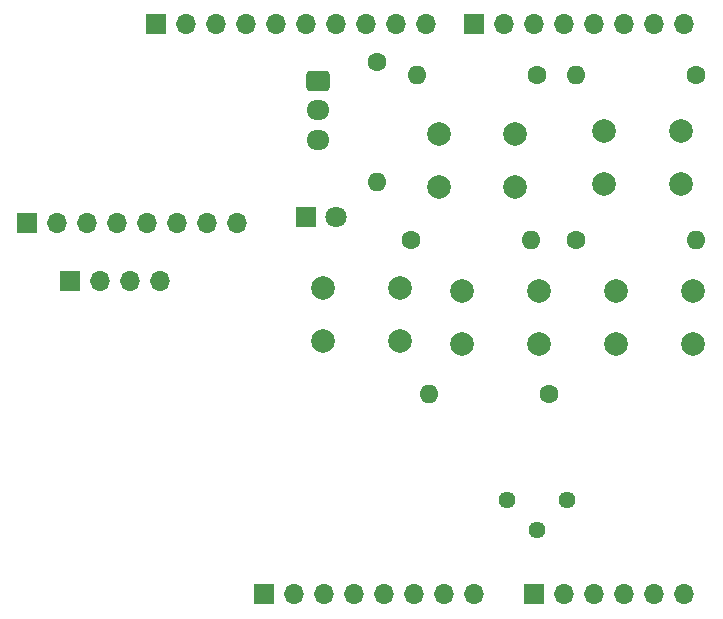
<source format=gbr>
%TF.GenerationSoftware,KiCad,Pcbnew,8.0.8*%
%TF.CreationDate,2025-02-02T20:20:46-07:00*%
%TF.ProjectId,Uno_Shield_ThermoPro,556e6f5f-5368-4696-956c-645f54686572,rev?*%
%TF.SameCoordinates,Original*%
%TF.FileFunction,Soldermask,Top*%
%TF.FilePolarity,Negative*%
%FSLAX46Y46*%
G04 Gerber Fmt 4.6, Leading zero omitted, Abs format (unit mm)*
G04 Created by KiCad (PCBNEW 8.0.8) date 2025-02-02 20:20:46*
%MOMM*%
%LPD*%
G01*
G04 APERTURE LIST*
G04 Aperture macros list*
%AMRoundRect*
0 Rectangle with rounded corners*
0 $1 Rounding radius*
0 $2 $3 $4 $5 $6 $7 $8 $9 X,Y pos of 4 corners*
0 Add a 4 corners polygon primitive as box body*
4,1,4,$2,$3,$4,$5,$6,$7,$8,$9,$2,$3,0*
0 Add four circle primitives for the rounded corners*
1,1,$1+$1,$2,$3*
1,1,$1+$1,$4,$5*
1,1,$1+$1,$6,$7*
1,1,$1+$1,$8,$9*
0 Add four rect primitives between the rounded corners*
20,1,$1+$1,$2,$3,$4,$5,0*
20,1,$1+$1,$4,$5,$6,$7,0*
20,1,$1+$1,$6,$7,$8,$9,0*
20,1,$1+$1,$8,$9,$2,$3,0*%
G04 Aperture macros list end*
%ADD10R,1.700000X1.700000*%
%ADD11O,1.700000X1.700000*%
%ADD12C,2.000000*%
%ADD13R,1.800000X1.800000*%
%ADD14C,1.800000*%
%ADD15C,1.600000*%
%ADD16O,1.600000X1.600000*%
%ADD17RoundRect,0.250000X-0.725000X0.600000X-0.725000X-0.600000X0.725000X-0.600000X0.725000X0.600000X0*%
%ADD18O,1.950000X1.700000*%
%ADD19C,1.440000*%
G04 APERTURE END LIST*
D10*
%TO.C,J1*%
X127940000Y-97460000D03*
D11*
X130480000Y-97460000D03*
X133020000Y-97460000D03*
X135560000Y-97460000D03*
X138100000Y-97460000D03*
X140640000Y-97460000D03*
X143180000Y-97460000D03*
X145720000Y-97460000D03*
%TD*%
D10*
%TO.C,J3*%
X150800000Y-97460000D03*
D11*
X153340000Y-97460000D03*
X155880000Y-97460000D03*
X158420000Y-97460000D03*
X160960000Y-97460000D03*
X163500000Y-97460000D03*
%TD*%
D10*
%TO.C,J2*%
X118796000Y-49200000D03*
D11*
X121336000Y-49200000D03*
X123876000Y-49200000D03*
X126416000Y-49200000D03*
X128956000Y-49200000D03*
X131496000Y-49200000D03*
X134036000Y-49200000D03*
X136576000Y-49200000D03*
X139116000Y-49200000D03*
X141656000Y-49200000D03*
%TD*%
D10*
%TO.C,J4*%
X145720000Y-49200000D03*
D11*
X148260000Y-49200000D03*
X150800000Y-49200000D03*
X153340000Y-49200000D03*
X155880000Y-49200000D03*
X158420000Y-49200000D03*
X160960000Y-49200000D03*
X163500000Y-49200000D03*
%TD*%
D12*
%TO.C,SW4*%
X157750000Y-71750000D03*
X164250000Y-71750000D03*
X157750000Y-76250000D03*
X164250000Y-76250000D03*
%TD*%
D13*
%TO.C,D1*%
X131500000Y-65500000D03*
D14*
X134040000Y-65500000D03*
%TD*%
D12*
%TO.C,SW5*%
X133000000Y-71500000D03*
X139500000Y-71500000D03*
X133000000Y-76000000D03*
X139500000Y-76000000D03*
%TD*%
%TO.C,SW2*%
X151250000Y-76250000D03*
X144750000Y-76250000D03*
X151250000Y-71750000D03*
X144750000Y-71750000D03*
%TD*%
D15*
%TO.C,R4*%
X151080000Y-53500000D03*
D16*
X140920000Y-53500000D03*
%TD*%
D15*
%TO.C,R1*%
X137500000Y-52420000D03*
D16*
X137500000Y-62580000D03*
%TD*%
D12*
%TO.C,SW3*%
X142750000Y-58500000D03*
X149250000Y-58500000D03*
X142750000Y-63000000D03*
X149250000Y-63000000D03*
%TD*%
D10*
%TO.C,J6*%
X111500000Y-70975000D03*
D11*
X114040000Y-70975000D03*
X116580000Y-70975000D03*
X119120000Y-70975000D03*
%TD*%
D12*
%TO.C,SW1*%
X156750000Y-58250000D03*
X163250000Y-58250000D03*
X156750000Y-62750000D03*
X163250000Y-62750000D03*
%TD*%
D15*
%TO.C,R5*%
X154420000Y-67500000D03*
D16*
X164580000Y-67500000D03*
%TD*%
D15*
%TO.C,R2*%
X164580000Y-53500000D03*
D16*
X154420000Y-53500000D03*
%TD*%
D17*
%TO.C,J7*%
X132500000Y-54000000D03*
D18*
X132500000Y-56500000D03*
X132500000Y-59000000D03*
%TD*%
D19*
%TO.C,RV1*%
X148500000Y-89500000D03*
X151040000Y-92040000D03*
X153580000Y-89500000D03*
%TD*%
D10*
%TO.C,J5*%
X107920000Y-66000000D03*
D11*
X110460000Y-66000000D03*
X113000000Y-66000000D03*
X115540000Y-66000000D03*
X118080000Y-66000000D03*
X120620000Y-66000000D03*
X123160000Y-66000000D03*
X125700000Y-66000000D03*
%TD*%
D15*
%TO.C,R6*%
X140420000Y-67500000D03*
D16*
X150580000Y-67500000D03*
%TD*%
D15*
%TO.C,R3*%
X152080000Y-80500000D03*
D16*
X141920000Y-80500000D03*
%TD*%
M02*

</source>
